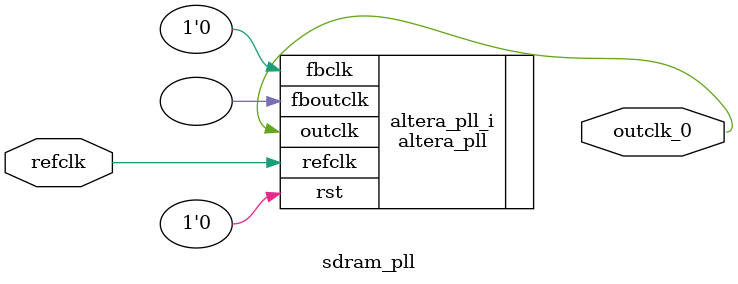
<source format=v>
`timescale 1ns/10ps
module  sdram_pll (

	// interface 'refclk'
	input wire refclk,

	// interface 'reset'
//	input wire rst,

	// interface 'outclk0'
	output wire outclk_0

	// interface 'locked'
//	output wire locked
);

	altera_pll #(
		.fractional_vco_multiplier("false"),
		.reference_clock_frequency("50.0 MHz"),
		.operation_mode("direct"),
		.number_of_clocks(1),
		.output_clock_frequency0("50.0 MHz"),
		.phase_shift0("-4000 ps"),
		.duty_cycle0(50),
		.output_clock_frequency1("0 MHz"),
		.phase_shift1("0 ps"),
		.duty_cycle1(50),
		.output_clock_frequency2("0 MHz"),
		.phase_shift2("0 ps"),
		.duty_cycle2(50),
		.output_clock_frequency3("0 MHz"),
		.phase_shift3("0 ps"),
		.duty_cycle3(50),
		.output_clock_frequency4("0 MHz"),
		.phase_shift4("0 ps"),
		.duty_cycle4(50),
		.output_clock_frequency5("0 MHz"),
		.phase_shift5("0 ps"),
		.duty_cycle5(50),
		.output_clock_frequency6("0 MHz"),
		.phase_shift6("0 ps"),
		.duty_cycle6(50),
		.output_clock_frequency7("0 MHz"),
		.phase_shift7("0 ps"),
		.duty_cycle7(50),
		.output_clock_frequency8("0 MHz"),
		.phase_shift8("0 ps"),
		.duty_cycle8(50),
		.output_clock_frequency9("0 MHz"),
		.phase_shift9("0 ps"),
		.duty_cycle9(50),
		.output_clock_frequency10("0 MHz"),
		.phase_shift10("0 ps"),
		.duty_cycle10(50),
		.output_clock_frequency11("0 MHz"),
		.phase_shift11("0 ps"),
		.duty_cycle11(50),
		.output_clock_frequency12("0 MHz"),
		.phase_shift12("0 ps"),
		.duty_cycle12(50),
		.output_clock_frequency13("0 MHz"),
		.phase_shift13("0 ps"),
		.duty_cycle13(50),
		.output_clock_frequency14("0 MHz"),
		.phase_shift14("0 ps"),
		.duty_cycle14(50),
		.output_clock_frequency15("0 MHz"),
		.phase_shift15("0 ps"),
		.duty_cycle15(50),
		.output_clock_frequency16("0 MHz"),
		.phase_shift16("0 ps"),
		.duty_cycle16(50),
		.output_clock_frequency17("0 MHz"),
		.phase_shift17("0 ps"),
		.duty_cycle17(50),
		.pll_type("General"),
		.pll_subtype("General")
	) altera_pll_i (
		.outclk	({outclk_0}),
	//	.locked	(locked),
		.fboutclk	( ),
		.fbclk	(1'b0),
		.rst	(1'b0),//rst),
		.refclk	(refclk)
	);
endmodule


</source>
